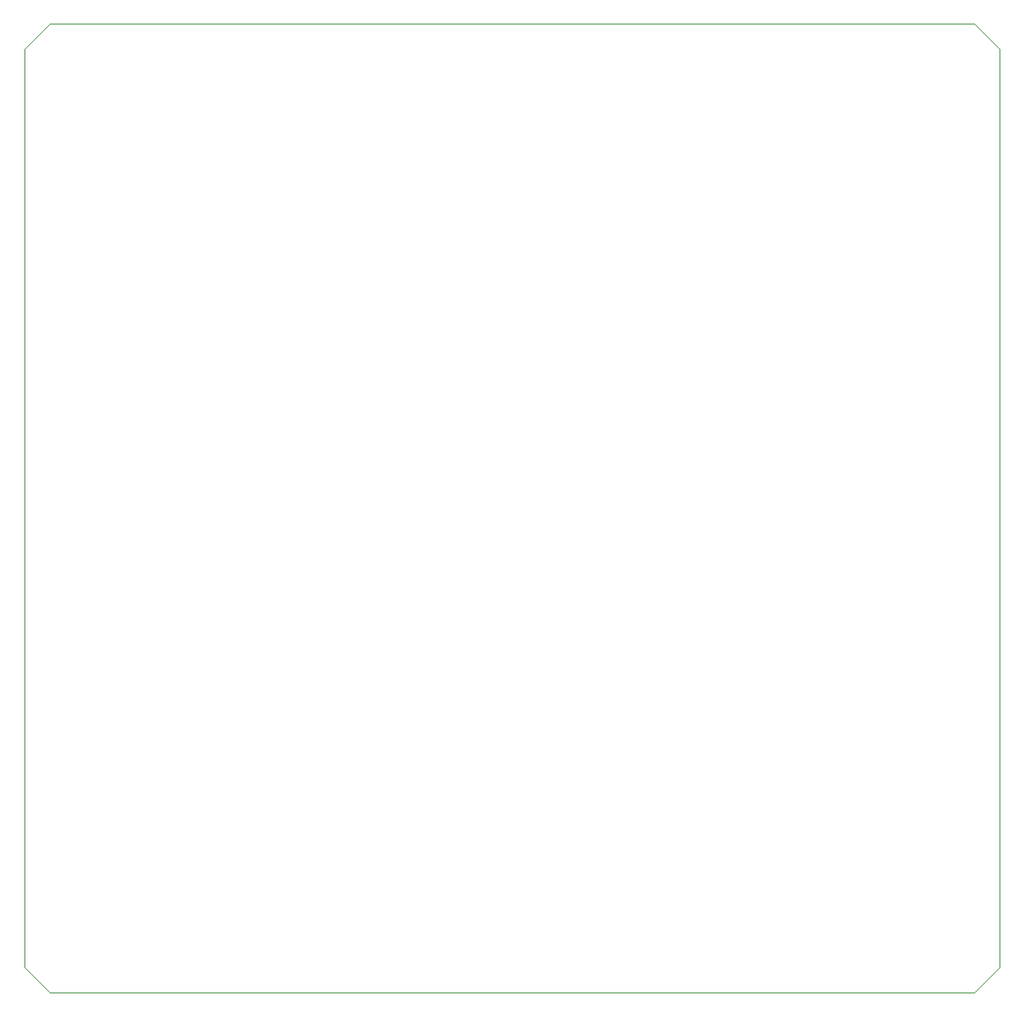
<source format=gm1>
G04 #@! TF.GenerationSoftware,KiCad,Pcbnew,(5.1.9)-1*
G04 #@! TF.CreationDate,2022-04-07T18:54:58+09:00*
G04 #@! TF.ProjectId,digital_amp,64696769-7461-46c5-9f61-6d702e6b6963,rev?*
G04 #@! TF.SameCoordinates,Original*
G04 #@! TF.FileFunction,Profile,NP*
%FSLAX46Y46*%
G04 Gerber Fmt 4.6, Leading zero omitted, Abs format (unit mm)*
G04 Created by KiCad (PCBNEW (5.1.9)-1) date 2022-04-07 18:54:58*
%MOMM*%
%LPD*%
G01*
G04 APERTURE LIST*
G04 #@! TA.AperFunction,Profile*
%ADD10C,0.050000*%
G04 #@! TD*
G04 APERTURE END LIST*
D10*
X194310000Y-149225000D02*
X194310000Y-152400000D01*
X96520000Y-149225000D02*
X96520000Y-152400000D01*
X194310000Y-60325000D02*
X194310000Y-149225000D01*
X96520000Y-60325000D02*
X96520000Y-149225000D01*
X99060000Y-57785000D02*
X191770000Y-57785000D01*
X99060000Y-57785000D02*
X96520000Y-60325000D01*
X194310000Y-60325000D02*
X191770000Y-57785000D01*
X99060000Y-154940000D02*
X96520000Y-152400000D01*
X191770000Y-154935000D02*
X99060000Y-154935000D01*
X194310000Y-152400000D02*
X191770000Y-154940000D01*
M02*

</source>
